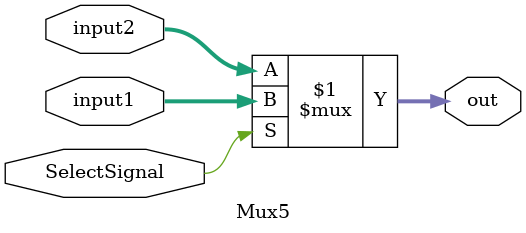
<source format=v>
`timescale 1ns / 1ps


module Mux5(
    input SelectSignal,
    input [4 : 0] input1,
    input [4 : 0] input2,
    output [4 : 0] out
    );
    assign out = SelectSignal ? input1 : input2;
endmodule


</source>
